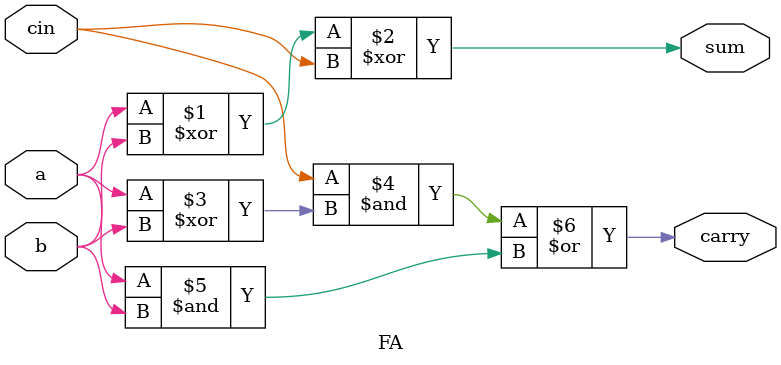
<source format=v>
`timescale 1ns / 1ps


module FA(
    //clock and reset

    //input
    a,
    b,
    cin,

    //output
    sum,
    carry
    );

    //clock and reset

    //input
    input a;
    input b;
    input cin;

    //output
    output sum;
    output carry;

    //code
    assign sum = a^b^cin;
    assign carry = (cin&(a^b))|(a&b);
    
endmodule

</source>
